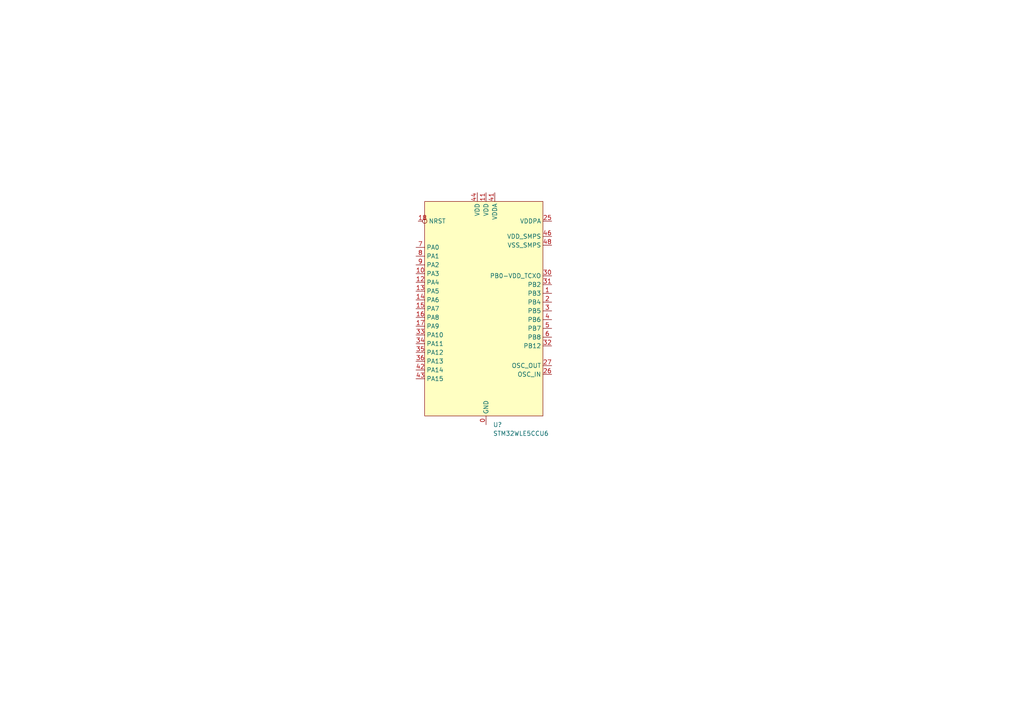
<source format=kicad_sch>
(kicad_sch (version 20211123) (generator eeschema)
  (paper "A4")
  (lib_symbols
    (symbol "STM32WLE5:STM32WLE5CCU6"
      (property "Reference" "U" (at 0 -3.81 0))
      (property "Value" "STM32WLE5CCU6" (at 0 -1.27 0))
      (symbol "STM32WLE5CCU6_0_1"
        (rectangle (start -17.78 30.48) (end 16.51 -31.75) (fill (type background)))
      )
      (symbol "STM32WLE5CCU6_1_1"
        (pin input line (at 0 -34.29 90) (length 2.54) (name "GND") (number "0"))
        (pin input line (at 19.05 3.81 180) (length 2.54) (name "PB3") (number "1"))
        (pin input line (at -20.32 9.525 0) (length 2.54) (name "PA3") (number "10"))
        (pin input line (at 0 33.02 270) (length 2.54) (name "VDD") (number "11"))
        (pin input line (at -20.32 6.985 0) (length 2.54) (name "PA4") (number "12"))
        (pin input line (at -20.32 4.445 0) (length 2.54) (name "PA5") (number "13"))
        (pin input line (at -20.32 1.905 0) (length 2.54) (name "PA6") (number "14"))
        (pin input line (at -20.32 -0.635 0) (length 2.54) (name "PA7") (number "15"))
        (pin input line (at -20.32 -3.175 0) (length 2.54) (name "PA8") (number "16"))
        (pin input line (at -20.32 -5.715 0) (length 2.54) (name "PA9") (number "17"))
        (pin input inverted (at -19.685 24.765 0) (length 2.54) (name "NRST") (number "18"))
        (pin input line (at 19.05 1.27 180) (length 2.54) (name "PB4") (number "2"))
        (pin input line (at 19.05 24.765 180) (length 2.54) (name "VDDPA") (number "25"))
        (pin input line (at 19.05 -19.685 180) (length 2.54) (name "OSC_IN") (number "26"))
        (pin output line (at 19.05 -17.145 180) (length 2.54) (name "OSC_OUT") (number "27"))
        (pin input line (at 19.05 -1.27 180) (length 2.54) (name "PB5") (number "3"))
        (pin input line (at 19.05 8.89 180) (length 2.54) (name "PB0-VDD_TCXO") (number "30"))
        (pin input line (at 19.05 6.35 180) (length 2.54) (name "PB2") (number "31"))
        (pin input line (at 19.05 -11.43 180) (length 2.54) (name "PB12") (number "32"))
        (pin input line (at -20.32 -8.255 0) (length 2.54) (name "PA10") (number "33"))
        (pin input line (at -20.32 -10.795 0) (length 2.54) (name "PA11") (number "34"))
        (pin input line (at -20.32 -13.335 0) (length 2.54) (name "PA12") (number "35"))
        (pin input line (at -20.32 -15.875 0) (length 2.54) (name "PA13") (number "36"))
        (pin input line (at 19.05 -3.81 180) (length 2.54) (name "PB6") (number "4"))
        (pin input line (at 2.54 33.02 270) (length 2.54) (name "VDDA") (number "41"))
        (pin input line (at -20.32 -18.415 0) (length 2.54) (name "PA14") (number "42"))
        (pin input line (at -20.32 -20.955 0) (length 2.54) (name "PA15") (number "43"))
        (pin input line (at -2.54 33.02 270) (length 2.54) (name "VDD") (number "44"))
        (pin input line (at 19.05 20.32 180) (length 2.54) (name "VDD_SMPS") (number "46"))
        (pin input line (at 19.05 17.78 180) (length 2.54) (name "VSS_SMPS") (number "48"))
        (pin input line (at 19.05 -6.35 180) (length 2.54) (name "PB7") (number "5"))
        (pin input line (at 19.05 -8.89 180) (length 2.54) (name "PB8") (number "6"))
        (pin input line (at -20.32 17.145 0) (length 2.54) (name "PA0") (number "7"))
        (pin input line (at -20.32 14.605 0) (length 2.54) (name "PA1") (number "8"))
        (pin input line (at -20.32 12.065 0) (length 2.54) (name "PA2") (number "9"))
      )
    )
  )
  (symbol (lib_id "STM32WLE5:STM32WLE5CCU6") (at 140.97 88.9 0) (unit 1)
    (property "Reference" "U?" (at 142.9894 123.19 0) (effects (justify left)))
    (property "Value" "STM32WLE5CCU6" (at 142.9894 125.73 0) (effects (justify left)))
  )
)
</source>
